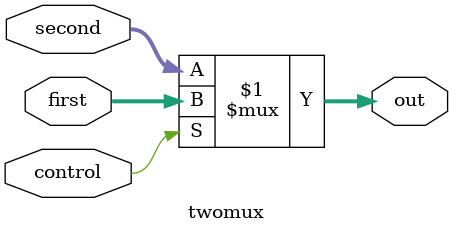
<source format=v>
module twomux #(parameter WIDTH = 32)
            (input control,
             input [WIDTH - 1:0] first,
             input [WIDTH - 1:0] second,
             output [WIDTH - 1:0] out);

assign out = control ? first : second;

endmodule

</source>
